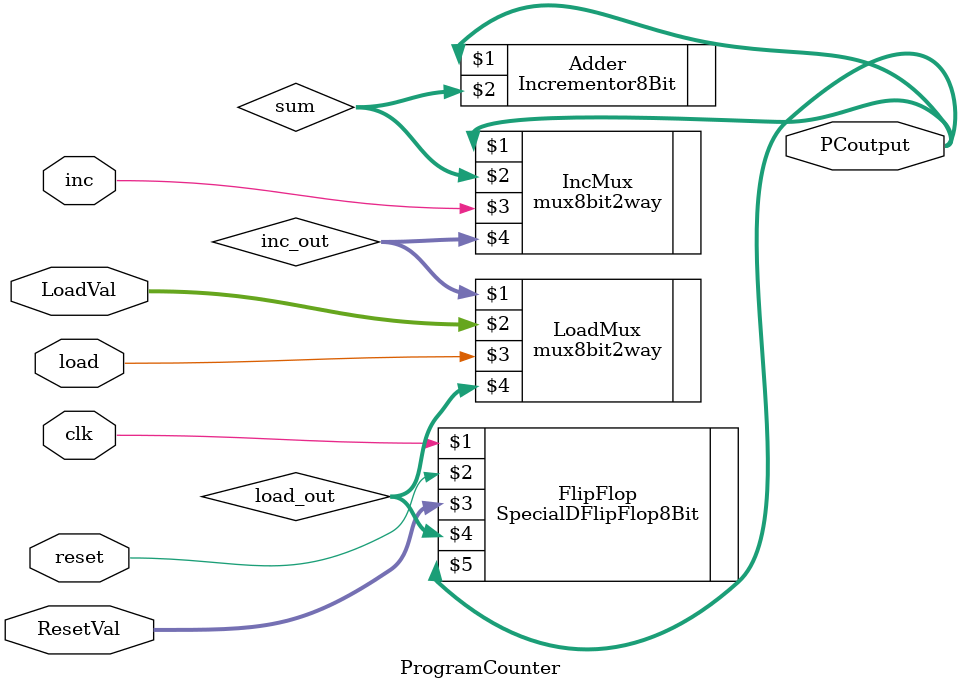
<source format=v>
module ProgramCounter (
	
	input clk,					//Clock Signal (100Hz or 1Hz)
	input [7:0] ResetVal,	//input value to update the PC wehn load is active
	input [7:0] LoadVal,		//input value to update the PC when reset is active
	input reset,					//An active-high singal to rest the PC (exectute without clk)
	input load,					//An active-high signal to load value in PC (function activated with clk)
	input inc,					//An active-high singal to start the counting
	
	output [7:0] PCoutput	//PC output signal in binary

);

	wire [7:0] sum;
	wire [7:0] load_out;
	wire [7:0] inc_out;
	wire [7:0] dff_out;
	
	// This is the adder that increments the PC.
	Incrementor8Bit Adder (
		PCoutput,
		sum
	);
	
	// A mux that chooses between the previous value and the inc'ed value. Controlled by inc flag
	mux8bit2way IncMux (
		PCoutput,
		sum,
		inc,
		inc_out
	);
	
	// Selects between the previous Mux output and load. Controlled by load flag
	mux8bit2way LoadMux (
		inc_out,
		LoadVal,
		load,
		load_out
	);
	
	// The DFF that stores the PC value and at the same time can be reset to ResetVal
	SpecialDFlipFlop8Bit FlipFlop (
		clk,
		reset,
		ResetVal,
		load_out,
		PCoutput
	);
		
endmodule

</source>
